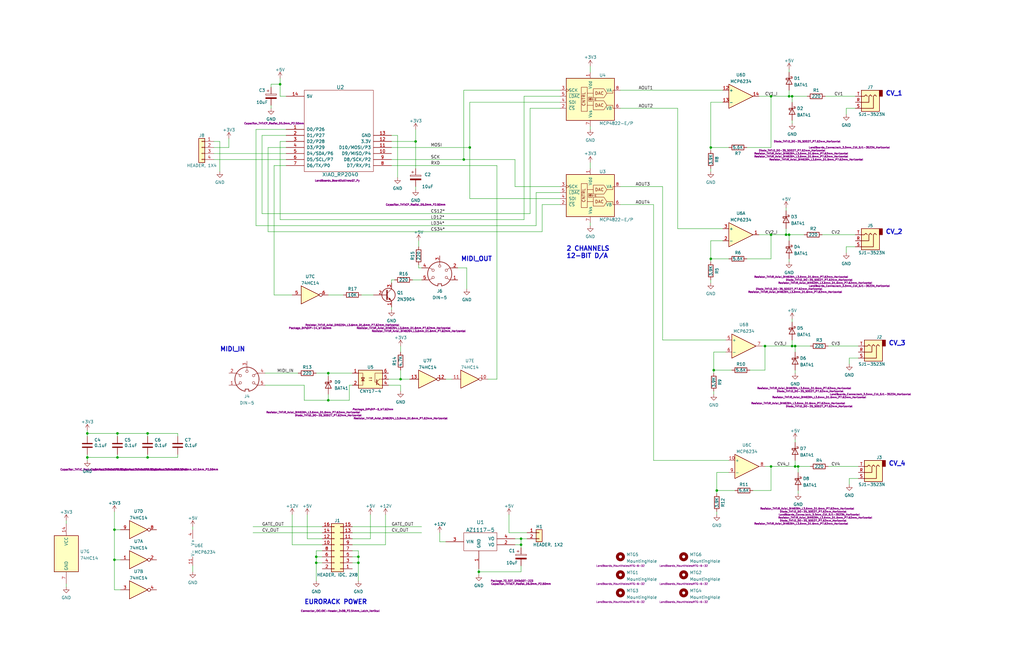
<source format=kicad_sch>
(kicad_sch (version 20211123) (generator eeschema)
  (paper "B")
  (title_block (title "SYNTH MIDI CONTROLLER") (date "2022-09-23") (rev "1") (company "LAND BOARDS LLC") (comment 1 "https://note.com/solder_state/n/n17e028497eba"))
  (junction (at 300.99 156.21))
  (junction (at 151.13 237.49))
  (junction (at 49.53 182.88))
  (junction (at 133.35 234.95))
  (junction (at 49.53 193.04))
  (junction (at 175.26 59.69))
  (junction (at 325.12 40.64))
  (junction (at 198.12 62.23))
  (junction (at 36.83 182.88))
  (junction (at 334.01 40.64))
  (junction (at 138.43 168.91))
  (junction (at 201.93 241.3))
  (junction (at 332.74 99.06))
  (junction (at 118.11 35.56))
  (junction (at 325.12 196.85))
  (junction (at 62.23 182.88))
  (junction (at 48.26 223.52))
  (junction (at 299.72 62.23))
  (junction (at 331.47 99.06))
  (junction (at 151.13 234.95))
  (junction (at 334.01 146.05))
  (junction (at 138.43 157.48))
  (junction (at 335.28 146.05))
  (junction (at 335.28 196.85))
  (junction (at 322.58 146.05))
  (junction (at 336.55 196.85))
  (junction (at 168.91 160.02))
  (junction (at 302.26 207.01))
  (junction (at 219.71 229.87))
  (junction (at 219.71 227.33))
  (junction (at 332.74 40.64))
  (junction (at 133.35 237.49))
  (junction (at 36.83 193.04))
  (junction (at 195.58 67.31))
  (junction (at 48.26 236.22))
  (junction (at 299.72 109.22))
  (junction (at 62.23 193.04))
  (junction (at 325.12 99.06))
  (wire (pts (xy 138.43 168.91) (xy 138.43 166.37)))
  (wire (pts (xy 279.4 78.74) (xy 279.4 143.51)))
  (wire (pts (xy 120.65 57.15) (xy 110.49 57.15)))
  (wire (pts (xy 123.19 217.17) (xy 123.19 229.87)))
  (wire (pts (xy 151.13 234.95) (xy 151.13 237.49)))
  (wire (pts (xy 163.83 162.56) (xy 168.91 162.56)))
  (wire (pts (xy 48.26 236.22) (xy 50.8 236.22)))
  (wire (pts (xy 217.17 227.33) (xy 219.71 227.33)))
  (wire (pts (xy 347.98 40.64) (xy 360.68 40.64)))
  (wire (pts (xy 128.27 168.91) (xy 138.43 168.91)))
  (wire (pts (xy 165.1 59.69) (xy 175.26 59.69)))
  (wire (pts (xy 148.59 229.87) (xy 162.56 229.87)))
  (wire (pts (xy 322.58 156.21) (xy 322.58 146.05)))
  (wire (pts (xy 308.61 156.21) (xy 300.99 156.21)))
  (wire (pts (xy 331.47 87.63) (xy 331.47 88.9)))
  (wire (pts (xy 92.71 59.69) (xy 92.71 72.39)))
  (wire (pts (xy 217.17 229.87) (xy 219.71 229.87)))
  (wire (pts (xy 147.32 168.91) (xy 147.32 162.56)))
  (wire (pts (xy 261.62 86.36) (xy 275.59 86.36)))
  (wire (pts (xy 299.72 109.22) (xy 299.72 101.6)))
  (wire (pts (xy 62.23 182.88) (xy 74.93 182.88)))
  (wire (pts (xy 81.28 238.76) (xy 81.28 241.3)))
  (wire (pts (xy 335.28 146.05) (xy 335.28 148.59)))
  (wire (pts (xy 332.74 29.21) (xy 332.74 30.48)))
  (wire (pts (xy 49.53 193.04) (xy 36.83 193.04)))
  (wire (pts (xy 196.85 113.03) (xy 196.85 121.92)))
  (wire (pts (xy 138.43 168.91) (xy 147.32 168.91)))
  (wire (pts (xy 356.87 45.72) (xy 360.68 45.72)))
  (wire (pts (xy 201.93 241.3) (xy 219.71 241.3)))
  (wire (pts (xy 114.3 45.72) (xy 114.3 44.45)))
  (wire (pts (xy 248.92 93.98) (xy 248.92 95.25)))
  (wire (pts (xy 36.83 181.61) (xy 36.83 182.88)))
  (wire (pts (xy 148.59 222.25) (xy 177.8 222.25)))
  (wire (pts (xy 36.83 182.88) (xy 36.83 184.15)))
  (wire (pts (xy 176.53 101.6) (xy 176.53 104.14)))
  (wire (pts (xy 152.4 124.46) (xy 157.48 124.46)))
  (wire (pts (xy 118.11 59.69) (xy 118.11 92.71)))
  (wire (pts (xy 27.94 246.38) (xy 27.94 247.65)))
  (wire (pts (xy 334.01 134.62) (xy 334.01 135.89)))
  (wire (pts (xy 261.62 78.74) (xy 279.4 78.74)))
  (wire (pts (xy 309.88 207.01) (xy 302.26 207.01)))
  (wire (pts (xy 307.34 109.22) (xy 299.72 109.22)))
  (wire (pts (xy 356.87 106.68) (xy 356.87 104.14)))
  (wire (pts (xy 176.53 113.03) (xy 177.8 113.03)))
  (wire (pts (xy 358.14 153.67) (xy 358.14 151.13)))
  (wire (pts (xy 335.28 194.31) (xy 335.28 196.85)))
  (wire (pts (xy 325.12 99.06) (xy 331.47 99.06)))
  (wire (pts (xy 168.91 162.56) (xy 168.91 165.1)))
  (wire (pts (xy 162.56 217.17) (xy 162.56 229.87)))
  (wire (pts (xy 236.22 86.36) (xy 228.6 86.36)))
  (wire (pts (xy 185.42 228.6) (xy 187.96 228.6)))
  (wire (pts (xy 223.52 45.72) (xy 223.52 90.17)))
  (wire (pts (xy 135.89 229.87) (xy 123.19 229.87)))
  (wire (pts (xy 332.74 99.06) (xy 332.74 101.6)))
  (wire (pts (xy 49.53 182.88) (xy 62.23 182.88)))
  (wire (pts (xy 110.49 57.15) (xy 110.49 90.17)))
  (wire (pts (xy 214.63 224.79) (xy 214.63 217.17)))
  (wire (pts (xy 118.11 40.64) (xy 118.11 35.56)))
  (wire (pts (xy 336.55 196.85) (xy 336.55 199.39)))
  (wire (pts (xy 317.5 207.01) (xy 325.12 207.01)))
  (wire (pts (xy 148.59 232.41) (xy 151.13 232.41)))
  (wire (pts (xy 336.55 196.85) (xy 341.63 196.85)))
  (wire (pts (xy 334.01 143.51) (xy 334.01 146.05)))
  (wire (pts (xy 118.11 35.56) (xy 118.11 33.02)))
  (wire (pts (xy 48.26 236.22) (xy 48.26 248.92)))
  (wire (pts (xy 325.12 40.64) (xy 332.74 40.64)))
  (wire (pts (xy 62.23 191.77) (xy 62.23 193.04)))
  (wire (pts (xy 358.14 151.13) (xy 361.95 151.13)))
  (wire (pts (xy 118.11 59.69) (xy 120.65 59.69)))
  (wire (pts (xy 335.28 185.42) (xy 335.28 186.69)))
  (wire (pts (xy 48.26 215.9) (xy 48.26 223.52)))
  (wire (pts (xy 248.92 68.58) (xy 248.92 71.12)))
  (wire (pts (xy 299.72 118.11) (xy 299.72 119.38)))
  (wire (pts (xy 299.72 101.6) (xy 304.8 101.6)))
  (wire (pts (xy 74.93 193.04) (xy 62.23 193.04)))
  (wire (pts (xy 217.17 67.31) (xy 195.58 67.31)))
  (wire (pts (xy 201.93 241.3) (xy 201.93 242.57)))
  (wire (pts (xy 118.11 40.64) (xy 120.65 40.64)))
  (wire (pts (xy 115.57 69.85) (xy 115.57 124.46)))
  (wire (pts (xy 106.68 222.25) (xy 135.89 222.25)))
  (wire (pts (xy 314.96 62.23) (xy 325.12 62.23)))
  (wire (pts (xy 321.31 146.05) (xy 322.58 146.05)))
  (wire (pts (xy 135.89 232.41) (xy 133.35 232.41)))
  (wire (pts (xy 147.32 162.56) (xy 148.59 162.56)))
  (wire (pts (xy 356.87 48.26) (xy 356.87 45.72)))
  (wire (pts (xy 198.12 83.82) (xy 198.12 62.23)))
  (wire (pts (xy 358.14 204.47) (xy 358.14 201.93)))
  (wire (pts (xy 50.8 248.92) (xy 48.26 248.92)))
  (wire (pts (xy 322.58 196.85) (xy 325.12 196.85)))
  (wire (pts (xy 48.26 223.52) (xy 48.26 236.22)))
  (wire (pts (xy 228.6 86.36) (xy 228.6 97.79)))
  (wire (pts (xy 219.71 229.87) (xy 219.71 231.14)))
  (wire (pts (xy 135.89 227.33) (xy 129.54 227.33)))
  (wire (pts (xy 133.35 237.49) (xy 135.89 237.49)))
  (wire (pts (xy 118.11 35.56) (xy 114.3 35.56)))
  (wire (pts (xy 334.01 40.64) (xy 334.01 43.18)))
  (wire (pts (xy 299.72 43.18) (xy 304.8 43.18)))
  (wire (pts (xy 279.4 143.51) (xy 306.07 143.51)))
  (wire (pts (xy 138.43 157.48) (xy 138.43 158.75)))
  (wire (pts (xy 275.59 86.36) (xy 275.59 194.31)))
  (wire (pts (xy 332.74 110.49) (xy 332.74 109.22)))
  (wire (pts (xy 49.53 191.77) (xy 49.53 193.04)))
  (wire (pts (xy 115.57 124.46) (xy 123.19 124.46)))
  (wire (pts (xy 90.17 59.69) (xy 92.71 59.69)))
  (wire (pts (xy 285.75 96.52) (xy 304.8 96.52)))
  (wire (pts (xy 74.93 191.77) (xy 74.93 193.04)))
  (wire (pts (xy 36.83 193.04) (xy 36.83 191.77)))
  (wire (pts (xy 176.53 113.03) (xy 176.53 111.76)))
  (wire (pts (xy 165.1 67.31) (xy 195.58 67.31)))
  (wire (pts (xy 334.01 40.64) (xy 340.36 40.64)))
  (wire (pts (xy 151.13 232.41) (xy 151.13 234.95)))
  (wire (pts (xy 299.72 62.23) (xy 299.72 63.5)))
  (wire (pts (xy 236.22 83.82) (xy 198.12 83.82)))
  (wire (pts (xy 62.23 193.04) (xy 49.53 193.04)))
  (wire (pts (xy 300.99 148.59) (xy 306.07 148.59)))
  (wire (pts (xy 165.1 69.85) (xy 209.55 69.85)))
  (wire (pts (xy 163.83 160.02) (xy 168.91 160.02)))
  (wire (pts (xy 148.59 224.79) (xy 177.8 224.79)))
  (wire (pts (xy 220.98 92.71) (xy 220.98 40.64)))
  (wire (pts (xy 90.17 64.77) (xy 120.65 64.77)))
  (wire (pts (xy 322.58 146.05) (xy 334.01 146.05)))
  (wire (pts (xy 275.59 194.31) (xy 307.34 194.31)))
  (wire (pts (xy 325.12 62.23) (xy 325.12 40.64)))
  (wire (pts (xy 335.28 196.85) (xy 336.55 196.85)))
  (wire (pts (xy 299.72 71.12) (xy 299.72 72.39)))
  (wire (pts (xy 133.35 157.48) (xy 138.43 157.48)))
  (wire (pts (xy 165.1 119.38) (xy 165.1 118.11)))
  (wire (pts (xy 302.26 199.39) (xy 307.34 199.39)))
  (wire (pts (xy 195.58 38.1) (xy 195.58 67.31)))
  (wire (pts (xy 133.35 232.41) (xy 133.35 234.95)))
  (wire (pts (xy 168.91 160.02) (xy 168.91 156.21)))
  (wire (pts (xy 165.1 57.15) (xy 167.64 57.15)))
  (wire (pts (xy 261.62 38.1) (xy 304.8 38.1)))
  (wire (pts (xy 36.83 182.88) (xy 49.53 182.88)))
  (wire (pts (xy 118.11 92.71) (xy 220.98 92.71)))
  (wire (pts (xy 168.91 160.02) (xy 172.72 160.02)))
  (wire (pts (xy 138.43 124.46) (xy 144.78 124.46)))
  (wire (pts (xy 325.12 207.01) (xy 325.12 196.85)))
  (wire (pts (xy 110.49 90.17) (xy 223.52 90.17)))
  (wire (pts (xy 81.28 222.25) (xy 81.28 223.52)))
  (wire (pts (xy 198.12 43.18) (xy 236.22 43.18)))
  (wire (pts (xy 302.26 215.9) (xy 302.26 217.17)))
  (wire (pts (xy 217.17 78.74) (xy 217.17 67.31)))
  (wire (pts (xy 331.47 96.52) (xy 331.47 99.06)))
  (wire (pts (xy 175.26 80.01) (xy 175.26 78.74)))
  (wire (pts (xy 48.26 223.52) (xy 50.8 223.52)))
  (wire (pts (xy 325.12 196.85) (xy 335.28 196.85)))
  (wire (pts (xy 220.98 40.64) (xy 236.22 40.64)))
  (wire (pts (xy 107.95 95.25) (xy 226.06 95.25)))
  (wire (pts (xy 185.42 224.79) (xy 185.42 228.6)))
  (wire (pts (xy 332.74 40.64) (xy 334.01 40.64)))
  (wire (pts (xy 223.52 45.72) (xy 236.22 45.72)))
  (wire (pts (xy 248.92 53.34) (xy 248.92 54.61)))
  (wire (pts (xy 222.25 224.79) (xy 214.63 224.79)))
  (wire (pts (xy 107.95 54.61) (xy 107.95 95.25)))
  (wire (pts (xy 300.99 156.21) (xy 300.99 148.59)))
  (wire (pts (xy 165.1 129.54) (xy 165.1 130.81)))
  (wire (pts (xy 335.28 157.48) (xy 335.28 156.21)))
  (wire (pts (xy 133.35 237.49) (xy 133.35 245.11)))
  (wire (pts (xy 325.12 109.22) (xy 325.12 99.06)))
  (wire (pts (xy 226.06 95.25) (xy 226.06 81.28)))
  (wire (pts (xy 332.74 99.06) (xy 339.09 99.06)))
  (wire (pts (xy 331.47 99.06) (xy 332.74 99.06)))
  (wire (pts (xy 138.43 157.48) (xy 148.59 157.48)))
  (wire (pts (xy 314.96 109.22) (xy 325.12 109.22)))
  (wire (pts (xy 114.3 35.56) (xy 114.3 36.83)))
  (wire (pts (xy 156.21 227.33) (xy 156.21 217.17)))
  (wire (pts (xy 187.96 160.02) (xy 190.5 160.02)))
  (wire (pts (xy 201.93 240.03) (xy 201.93 241.3)))
  (wire (pts (xy 111.76 162.56) (xy 128.27 162.56)))
  (wire (pts (xy 219.71 241.3) (xy 219.71 238.76)))
  (wire (pts (xy 219.71 227.33) (xy 222.25 227.33)))
  (wire (pts (xy 334.01 52.07) (xy 334.01 50.8)))
  (wire (pts (xy 36.83 193.04) (xy 36.83 194.31)))
  (wire (pts (xy 358.14 201.93) (xy 361.95 201.93)))
  (wire (pts (xy 151.13 237.49) (xy 151.13 245.11)))
  (wire (pts (xy 334.01 146.05) (xy 335.28 146.05)))
  (wire (pts (xy 316.23 156.21) (xy 322.58 156.21)))
  (wire (pts (xy 49.53 182.88) (xy 49.53 184.15)))
  (wire (pts (xy 349.25 196.85) (xy 361.95 196.85)))
  (wire (pts (xy 219.71 229.87) (xy 219.71 227.33)))
  (wire (pts (xy 74.93 184.15) (xy 74.93 182.88)))
  (wire (pts (xy 62.23 182.88) (xy 62.23 184.15)))
  (wire (pts (xy 302.26 207.01) (xy 302.26 208.28)))
  (wire (pts (xy 113.03 62.23) (xy 120.65 62.23)))
  (wire (pts (xy 133.35 234.95) (xy 135.89 234.95)))
  (wire (pts (xy 175.26 54.61) (xy 175.26 59.69)))
  (wire (pts (xy 299.72 109.22) (xy 299.72 110.49)))
  (wire (pts (xy 320.04 40.64) (xy 325.12 40.64)))
  (wire (pts (xy 128.27 162.56) (xy 128.27 168.91)))
  (wire (pts (xy 133.35 234.95) (xy 133.35 237.49)))
  (wire (pts (xy 193.04 113.03) (xy 196.85 113.03)))
  (wire (pts (xy 148.59 237.49) (xy 151.13 237.49)))
  (wire (pts (xy 106.68 224.79) (xy 135.89 224.79)))
  (wire (pts (xy 120.65 54.61) (xy 107.95 54.61)))
  (wire (pts (xy 168.91 146.05) (xy 168.91 148.59)))
  (wire (pts (xy 300.99 165.1) (xy 300.99 166.37)))
  (wire (pts (xy 165.1 118.11) (xy 166.37 118.11)))
  (wire (pts (xy 302.26 207.01) (xy 302.26 199.39)))
  (wire (pts (xy 96.52 62.23) (xy 96.52 58.42)))
  (wire (pts (xy 165.1 62.23) (xy 198.12 62.23)))
  (wire (pts (xy 167.64 57.15) (xy 167.64 74.93)))
  (wire (pts (xy 236.22 78.74) (xy 217.17 78.74)))
  (wire (pts (xy 349.25 146.05) (xy 361.95 146.05)))
  (wire (pts (xy 285.75 45.72) (xy 285.75 96.52)))
  (wire (pts (xy 320.04 99.06) (xy 325.12 99.06)))
  (wire (pts (xy 205.74 160.02) (xy 209.55 160.02)))
  (wire (pts (xy 356.87 104.14) (xy 360.68 104.14)))
  (wire (pts (xy 261.62 45.72) (xy 285.75 45.72)))
  (wire (pts (xy 148.59 227.33) (xy 156.21 227.33)))
  (wire (pts (xy 299.72 62.23) (xy 299.72 43.18)))
  (wire (pts (xy 129.54 227.33) (xy 129.54 217.17)))
  (wire (pts (xy 336.55 208.28) (xy 336.55 207.01)))
  (wire (pts (xy 90.17 62.23) (xy 96.52 62.23)))
  (wire (pts (xy 148.59 234.95) (xy 151.13 234.95)))
  (wire (pts (xy 90.17 67.31) (xy 120.65 67.31)))
  (wire (pts (xy 300.99 156.21) (xy 300.99 157.48)))
  (wire (pts (xy 209.55 69.85) (xy 209.55 160.02)))
  (wire (pts (xy 125.73 157.48) (xy 111.76 157.48)))
  (wire (pts (xy 226.06 81.28) (xy 236.22 81.28)))
  (wire (pts (xy 120.65 69.85) (xy 115.57 69.85)))
  (wire (pts (xy 307.34 62.23) (xy 299.72 62.23)))
  (wire (pts (xy 335.28 146.05) (xy 341.63 146.05)))
  (wire (pts (xy 248.92 27.94) (xy 248.92 30.48)))
  (wire (pts (xy 175.26 71.12) (xy 175.26 59.69)))
  (wire (pts (xy 173.99 118.11) (xy 177.8 118.11)))
  (wire (pts (xy 228.6 97.79) (xy 113.03 97.79)))
  (wire (pts (xy 332.74 38.1) (xy 332.74 40.64)))
  (wire (pts (xy 195.58 38.1) (xy 236.22 38.1)))
  (wire (pts (xy 113.03 97.79) (xy 113.03 62.23)))
  (wire (pts (xy 198.12 43.18) (xy 198.12 62.23)))
  (wire (pts (xy 27.94 219.71) (xy 27.94 220.98)))
  (wire (pts (xy 346.71 99.06) (xy 360.68 99.06)))
  (text "CV_1" (at 373.38 40.64 0) (effects (font (size 1.905 1.905) (thickness 0.381) bold) (justify left bottom)))
  (text "CV_3" (at 374.65 146.05 0) (effects (font (size 1.905 1.905) (thickness 0.381) bold) (justify left bottom)))
  (text "MIDI_IN" (at 92.71 148.59 0) (effects (font (size 1.905 1.905) (thickness 0.381) bold) (justify left bottom)))
  (text "2 CHANNELS\n12-BIT D/A" (at 238.76 109.22 0) (effects (font (size 1.905 1.905) (thickness 0.381) bold) (justify left bottom)))
  (text "MIDI_OUT" (at 194.31 110.49 0) (effects (font (size 1.905 1.905) (thickness 0.381) bold) (justify left bottom)))
  (text "CV_4" (at 374.65 196.85 0) (effects (font (size 1.905 1.905) (thickness 0.381) bold) (justify left bottom)))
  (text "CV_2" (at 373.38 99.06 0) (effects (font (size 1.905 1.905) (thickness 0.381) bold) (justify left bottom)))
  (text "EURORACK POWER" (at 128.27 255.27 0) (effects (font (size 1.905 1.905) (thickness 0.381) bold) (justify left bottom)))
  (label "CS34*" (at 181.61 97.79 0))
  (label "CV4" (at 350.52 196.85 0))
  (label "CV2_I" (at 322.58 99.06 0))
  (label "AOUT1" (at 269.24 38.1 0))
  (label "GATE_OUT" (at 110.49 222.25 0))
  (label "AOUT4" (at 267.97 86.36 0))
  (label "RXD" (at 181.61 69.85 0))
  (label "MIDI_IN" (at 116.84 157.48 0))
  (label "CV3" (at 350.52 146.05 0))
  (label "CV_OUT" (at 165.1 224.79 0))
  (label "AOUT3" (at 267.97 78.74 0))
  (label "LD12*" (at 181.61 92.71 0))
  (label "CV_OUT" (at 110.49 224.79 0))
  (label "AOUT2" (at 269.24 45.72 0))
  (label "MOSI" (at 181.61 62.23 0))
  (label "CV4_I" (at 327.66 196.85 0))
  (label "CV3_I" (at 326.39 146.05 0))
  (label "SCK" (at 181.61 67.31 0))
  (label "CV1_I" (at 322.58 40.64 0))
  (label "CV1" (at 351.79 40.64 0))
  (label "CV2" (at 350.52 99.06 0))
  (label "CS12*" (at 181.61 90.17 0))
  (label "GATE_OUT" (at 165.1 222.25 0))
  (label "LD34*" (at 181.61 95.25 0))
  (symbol (lib_id "power:GND") (at 167.64 74.93 0) (unit 1)
    (property "Reference" "#PWR0105" (effects hide))
    (property "Value" "GND" (at 167.64 79.4925 0))
  )
  (symbol (lib_id "Device:R") (at 313.69 207.01 90) (unit 1)
    (property "Reference" "R11" (at 313.69 204.47 90))
    (property "Value" "5.6K" (at 313.69 207.01 90))
    (property "Footprint" "Resistor_THT:R_Axial_DIN0204_L3.6mm_D1.6mm_P7.62mm_Horizontal" (at 337.82 220.98 90) (effects (font (size 0.762 0.762))))
  )
  (symbol (lib_id "Device:R") (at 311.15 109.22 90) (unit 1)
    (property "Reference" "R6" (at 311.15 106.68 90))
    (property "Value" "5.6K" (at 311.15 109.22 90))
    (property "Footprint" "Resistor_THT:R_Axial_DIN0204_L3.6mm_D1.6mm_P7.62mm_Horizontal" (at 335.28 123.19 90) (effects (font (size 0.762 0.762))))
  )
  (symbol (lib_id "74xx:74HC04") (at 180.34 160.02 0) (unit 6)
    (property "Reference" "U7" (at 180.34 152.2435 0))
    (property "Value" "74HC14" (at 180.34 155.0186 0))
    (property "Footprint" "Package_DIP:DIP-14_W7.62mm" (effects hide))
    (property "Datasheet" "https://www.mouser.com/ProductDetail/595-SN74HC14AN" (effects hide))
  )
  (symbol (lib_id "Device:D_Schottky") (at 332.74 105.41 270) (unit 1)
    (property "Reference" "D4" (at 334.772 104.184 90) (effects (justify left)))
    (property "Value" "BAT41" (at 334.772 106.9591 90) (effects (justify left)))
    (property "Footprint" "Diode_THT:D_DO-35_SOD27_P7.62mm_Horizontal" (at 332.74 121.92 90) (effects (font (size 0.762 0.762))))
  )
  (symbol (lib_id "power:+5V") (at 176.53 101.6 0) (unit 1)
    (property "Reference" "#PWR0107" (effects hide))
    (property "Value" "+5V" (at 176.53 97.9955 0))
  )
  (symbol (lib_id "Analog_DAC:MCP4822") (at 248.92 40.64 0) (unit 1)
    (property "Reference" "U4" (at 252.73 31.75 0) (effects (justify left)))
    (property "Value" "MCP4822-E/P" (at 252.73 52.07 0) (effects (justify left)))
    (property "Footprint" "Package_DIP:DIP-8_W7.62mm" (effects hide))
    (property "Datasheet" "http://ww1.microchip.com/downloads/en/DeviceDoc/20002249B.pdf" (effects hide))
  )
  (symbol (lib_id "power:GND") (at 196.85 121.92 0) (unit 1)
    (property "Reference" "#PWR0136" (effects hide))
    (property "Value" "GND" (at 196.85 126.4825 0))
  )
  (symbol (lib_id "Device:C_Polarized") (at 219.71 234.95 0) (unit 1)
    (property "Reference" "C1" (at 215.9 232.41 0))
    (property "Value" "10uF" (at 215.9 237.49 0))
    (property "Footprint" "Capacitor_THT:CP_Radial_D5.0mm_P2.50mm" (at 219.71 246.38 0) (effects (font (size 0.762 0.762))))
  )
  (symbol (lib_id "power:+5V") (at 334.01 134.62 0) (unit 1)
    (property "Reference" "#PWR0110" (effects hide))
    (property "Value" "+5V" (at 334.01 131.0155 0))
  )
  (symbol (lib_id "Analog_DAC:MCP4822") (at 248.92 81.28 0) (unit 1)
    (property "Reference" "U3" (at 252.73 72.39 0) (effects (justify left)))
    (property "Value" "MCP4822-E/P" (at 252.73 92.71 0) (effects (justify left)))
    (property "Footprint" "Package_DIP:DIP-8_W7.62mm" (effects hide))
    (property "Datasheet" "http://ww1.microchip.com/downloads/en/DeviceDoc/20002249B.pdf" (effects hide))
  )
  (symbol (lib_id "Device:R") (at 129.54 157.48 90) (unit 1)
    (property "Reference" "R13" (at 129.54 154.94 90))
    (property "Value" "220" (at 129.54 157.48 90))
    (property "Footprint" "Resistor_THT:R_Axial_DIN0204_L3.6mm_D1.6mm_P7.62mm_Horizontal" (at 132.08 173.99 90) (effects (font (size 0.762 0.762))))
  )
  (symbol (lib_id "power:GND") (at 133.35 245.11 0) (unit 1)
    (property "Reference" "#PWR0125" (effects hide))
    (property "Value" "GND" (at 133.35 249.6725 0))
  )
  (symbol (lib_id "power:GND") (at 201.93 242.57 0) (unit 1)
    (property "Reference" "#PWR0135" (effects hide))
    (property "Value" "GND" (at 201.93 247.1325 0))
  )
  (symbol (lib_id "Device:C_Polarized") (at 114.3 40.64 0) (unit 1)
    (property "Reference" "C3" (at 110.49 38.1 0))
    (property "Value" "10uF" (at 110.49 43.18 0))
    (property "Footprint" "Capacitor_THT:CP_Radial_D5.0mm_P2.50mm" (at 115.57 52.07 0) (effects (font (size 0.762 0.762))))
  )
  (symbol (lib_id "power:GND") (at 358.14 204.47 0) (unit 1)
    (property "Reference" "#PWR0131" (effects hide))
    (property "Value" "GND" (at 358.14 209.0325 0))
  )
  (symbol (lib_id "Connector_Generic:Conn_01x04") (at 85.09 62.23 0) (mirror y) (unit 1)
    (property "Reference" "J8" (at 85.09 57.15 0))
    (property "Value" "HEADER, 1X4" (at 85.09 69.85 0))
  )
  (symbol (lib_id "power:+5V") (at 214.63 217.17 0) (unit 1)
    (property "Reference" "#PWR0134" (effects hide))
    (property "Value" "+5V" (at 214.63 213.5655 0))
  )
  (symbol (lib_id "Connector:DIN-5") (at 104.14 160.02 0) (unit 1)
    (property "Reference" "J4" (at 104.1401 167.2495 0))
    (property "Value" "DIN-5" (at 104.1401 170.0246 0))
    (property "Footprint" "LandBoards_Conns:MIDI_DIN-5" (effects hide))
    (property "Datasheet" "http://www.mouser.com/ds/2/18/40_c091_abd_e-75918.pdf" (effects hide))
  )
  (symbol (lib_id "Amplifier_Operational:MCP6004") (at 312.42 99.06 0) (unit 1)
    (property "Reference" "U6" (at 312.42 90.0135 0))
    (property "Value" "MCP6234" (at 312.42 92.7886 0))
    (property "Footprint" "Package_DIP:DIP-14_W7.62mm" (effects hide))
  )
  (symbol (lib_id "Mechanical:MountingHole") (at 261.62 242.57 0) (unit 1)
    (property "Reference" "MTG1" (at 264.16 241.6615 0) (effects (justify left)))
    (property "Value" "MountingHole" (at 264.16 244.4366 0) (effects (justify left)))
    (property "Footprint" "LandBoards_MountHoles:MTG-6-32" (at 261.62 246.38 0) (effects (font (size 0.762 0.762))))
  )
  (symbol (lib_id "Amplifier_Operational:MCP6004") (at 83.82 231.14 0) (unit 5)
    (property "Reference" "U6" (at 81.915 230.2315 0) (effects (justify left)))
    (property "Value" "MCP6234" (at 81.915 233.0066 0) (effects (justify left)))
    (property "Footprint" "Package_DIP:DIP-14_W7.62mm" (effects hide))
  )
  (symbol (lib_id "power:GND") (at 300.99 166.37 0) (unit 1)
    (property "Reference" "#PWR0143" (effects hide))
    (property "Value" "GND" (at 300.99 170.9325 0))
  )
  (symbol (lib_id "Device:R") (at 170.18 118.11 90) (unit 1)
    (property "Reference" "R16" (at 170.18 115.57 90))
    (property "Value" "220" (at 170.18 118.11 90))
    (property "Footprint" "Resistor_THT:R_Axial_DIN0204_L3.6mm_D1.6mm_P7.62mm_Horizontal" (at 170.18 138.43 90) (effects (font (size 0.762 0.762))))
  )
  (symbol (lib_id "Device:D_Schottky") (at 331.47 92.71 270) (unit 1)
    (property "Reference" "D3" (at 333.502 91.484 90) (effects (justify left)))
    (property "Value" "BAT41" (at 333.502 94.2591 90) (effects (justify left)))
    (property "Footprint" "Diode_THT:D_DO-35_SOD27_P7.62mm_Horizontal" (at 345.44 118.11 90) (effects (font (size 0.762 0.762))))
  )
  (symbol (lib_id "power:GND") (at 358.14 153.67 0) (unit 1)
    (property "Reference" "#PWR0112" (effects hide))
    (property "Value" "GND" (at 358.14 158.2325 0))
  )
  (symbol (lib_id "power:+5V") (at 331.47 87.63 0) (unit 1)
    (property "Reference" "#PWR0103" (effects hide))
    (property "Value" "+5V" (at 331.47 84.0255 0))
  )
  (symbol (lib_id "power:GND") (at 248.92 95.25 0) (unit 1)
    (property "Reference" "#PWR0144" (effects hide))
    (property "Value" "GND" (at 248.92 99.8125 0))
  )
  (symbol (lib_id "Device:R") (at 345.44 146.05 90) (unit 1)
    (property "Reference" "R3" (at 345.44 143.51 90))
    (property "Value" "220" (at 345.44 146.05 90))
    (property "Footprint" "Resistor_THT:R_Axial_DIN0204_L3.6mm_D1.6mm_P7.62mm_Horizontal" (at 345.44 167.64 90) (effects (font (size 0.762 0.762))))
  )
  (symbol (lib_id "Device:D_Schottky") (at 334.01 46.99 270) (unit 1)
    (property "Reference" "D2" (at 336.042 45.764 90) (effects (justify left)))
    (property "Value" "BAT41" (at 336.042 48.5391 90) (effects (justify left)))
    (property "Footprint" "Diode_THT:D_DO-35_SOD27_P7.62mm_Horizontal" (at 334.01 63.5 90) (effects (font (size 0.762 0.762))))
  )
  (symbol (lib_id "Device:C") (at 62.23 187.96 0) (unit 1)
    (property "Reference" "C6" (at 65.151 185.6486 0) (effects (justify left)))
    (property "Value" "0.1uF" (at 65.151 187.96 0) (effects (justify left)))
    (property "Footprint" "Capacitor_THT:C_Rect_L4.0mm_W2.5mm_P2.50mm" (at 50.8 198.12 0) (effects (font (size 0.762 0.762)) (justify left)))
  )
  (symbol (lib_id "Connector:AudioJack3") (at 365.76 43.18 180) (unit 1)
    (property "Reference" "J7" (at 365.76 36.83 0) (effects (justify right)))
    (property "Value" "SJ1-3523N" (at 361.95 48.26 0) (effects (justify right)))
    (property "Footprint" "LandBoards_Conns:Jack_3.5mm_CUI_SJ1-3523N_Horizontal" (at 358.14 62.23 0) (effects (font (size 0.762 0.762))))
    (property "Datasheet" "https://www.mouser.com/ProductDetail/490-SJ1-3523N" (effects hide))
  )
  (symbol (lib_id "power:+12V") (at 123.19 217.17 0) (unit 1)
    (property "Reference" "#PWR0129" (effects hide))
    (property "Value" "+12V" (at 123.19 213.5655 0))
  )
  (symbol (lib_id "Amplifier_Operational:MCP6004") (at 314.96 196.85 0) (unit 3)
    (property "Reference" "U6" (at 314.96 187.8035 0))
    (property "Value" "MCP6234" (at 314.96 190.5786 0))
    (property "Footprint" "Package_DIP:DIP-14_W7.62mm" (effects hide))
  )
  (symbol (lib_id "Isolator:4N26") (at 156.21 160.02 0) (unit 1)
    (property "Reference" "U5" (at 156.21 154.94 0))
    (property "Value" "CNY17-4" (at 156.21 165.1 0))
    (property "Footprint" "Package_DIP:DIP-6_W7.62mm" (at 148.59 172.72 0) (effects (font (size 0.762 0.762) italic) (justify left)))
    (property "Datasheet" "https://www.mouser.com/ProductDetail/Vishay-Semiconductors/CNY17-4X006?qs=%2Fjqivxn91ccVZaHNJrlaNA%3D%3D" (effects hide))
  )
  (symbol (lib_id "Mechanical:MountingHole") (at 288.29 242.57 0) (unit 1)
    (property "Reference" "MTG2" (at 290.83 241.6615 0) (effects (justify left)))
    (property "Value" "MountingHole" (at 290.83 244.4366 0) (effects (justify left)))
    (property "Footprint" "LandBoards_MountHoles:MTG-6-32" (at 288.29 246.38 0) (effects (font (size 0.762 0.762))))
  )
  (symbol (lib_id "Transistor_BJT:2N3904") (at 162.56 124.46 0) (unit 1)
    (property "Reference" "Q1" (at 167.4113 123.5515 0) (effects (justify left)))
    (property "Value" "2N3904" (at 167.4113 126.3266 0) (effects (justify left)))
    (property "Footprint" "Package_TO_SOT_THT:TO-92_Inline" (effects hide))
    (property "Datasheet" "https://www.onsemi.com/pub/Collateral/2N3903-D.PDF" (effects hide))
  )
  (symbol (lib_id "Device:D_Schottky") (at 138.43 162.56 270) (unit 1)
    (property "Reference" "D9" (at 140.97 161.29 90) (effects (justify left)))
    (property "Value" "BAT41" (at 140.97 163.83 90) (effects (justify left)))
    (property "Footprint" "Diode_THT:D_DO-35_SOD27_P7.62mm_Horizontal" (at 138.43 175.26 90) (effects (font (size 0.762 0.762))))
  )
  (symbol (lib_id "LandBoards_Semis:AP1117") (at 204.47 227.33 0) (unit 1)
    (property "Reference" "U1" (at 202.565 220.3861 0) (effects (font (size 1.524 1.524))))
    (property "Value" "AZ1117-5" (at 202.565 223.6651 0) (effects (font (size 1.524 1.524))))
    (property "Footprint" "Package_TO_SOT_SMD:SOT-223" (at 215.9 245.11 0) (effects (font (size 0.762 0.762))))
  )
  (symbol (lib_id "Device:R") (at 311.15 62.23 90) (unit 1)
    (property "Reference" "R7" (at 311.15 64.77 90))
    (property "Value" "5.6K" (at 311.15 62.23 90))
    (property "Footprint" "Resistor_THT:R_Axial_DIN0204_L3.6mm_D1.6mm_P7.62mm_Horizontal" (at 337.82 66.04 90) (effects (font (size 0.762 0.762))))
  )
  (symbol (lib_id "Connector_Generic:Conn_01x02") (at 227.33 224.79 0) (unit 1)
    (property "Reference" "H1" (at 226.06 222.25 0) (effects (justify left)))
    (property "Value" "HEADER, 1X2" (at 224.79 229.87 0) (effects (justify left)))
    (property "Footprint" "Connector_PinHeader_2.54mm:PinHeader_1x02_P2.54mm_Vertical" (effects hide))
  )
  (symbol (lib_id "power:GND") (at 92.71 72.39 0) (unit 1)
    (property "Reference" "#PWR0108" (effects hide))
    (property "Value" "GND" (at 92.71 76.9525 0))
  )
  (symbol (lib_id "Device:C") (at 49.53 187.96 0) (unit 1)
    (property "Reference" "C5" (at 52.451 185.6486 0) (effects (justify left)))
    (property "Value" "0.1uF" (at 52.451 187.96 0) (effects (justify left)))
    (property "Footprint" "Capacitor_THT:C_Rect_L4.0mm_W2.5mm_P2.50mm" (at 38.1 198.12 0) (effects (font (size 0.762 0.762)) (justify left)))
  )
  (symbol (lib_id "Device:R") (at 300.99 161.29 180) (unit 1)
    (property "Reference" "R9" (at 303.53 161.29 90))
    (property "Value" "3.9K" (at 300.99 161.29 90))
    (property "Footprint" "Resistor_THT:R_Axial_DIN0204_L3.6mm_D1.6mm_P7.62mm_Horizontal" (at 339.09 163.83 0) (effects (font (size 0.762 0.762))))
  )
  (symbol (lib_id "Device:R") (at 176.53 107.95 180) (unit 1)
    (property "Reference" "R15" (at 173.99 107.95 90))
    (property "Value" "220" (at 176.53 107.95 90))
    (property "Footprint" "Resistor_THT:R_Axial_DIN0204_L3.6mm_D1.6mm_P7.62mm_Horizontal" (at 176.53 139.7 0) (effects (font (size 0.762 0.762))))
  )
  (symbol (lib_id "power:GND") (at 335.28 157.48 0) (unit 1)
    (property "Reference" "#PWR0113" (effects hide))
    (property "Value" "GND" (at 335.28 162.0425 0))
  )
  (symbol (lib_id "Device:R") (at 299.72 114.3 180) (unit 1)
    (property "Reference" "R5" (at 302.26 114.3 90))
    (property "Value" "3.9K" (at 299.72 114.3 90))
    (property "Footprint" "Resistor_THT:R_Axial_DIN0204_L3.6mm_D1.6mm_P7.62mm_Horizontal" (at 337.82 116.84 0) (effects (font (size 0.762 0.762))))
  )
  (symbol (lib_id "power:GND") (at 302.26 217.17 0) (unit 1)
    (property "Reference" "#PWR0146" (effects hide))
    (property "Value" "GND" (at 302.26 221.7325 0))
  )
  (symbol (lib_id "Device:R") (at 168.91 152.4 180) (unit 1)
    (property "Reference" "R14" (at 166.37 152.4 90))
    (property "Value" "4.7K" (at 168.91 152.4 90))
    (property "Footprint" "Resistor_THT:R_Axial_DIN0204_L3.6mm_D1.6mm_P7.62mm_Horizontal" (at 168.91 176.53 0) (effects (font (size 0.762 0.762))))
  )
  (symbol (lib_id "power:GND") (at 27.94 247.65 0) (unit 1)
    (property "Reference" "#PWR0141" (effects hide))
    (property "Value" "GND" (at 27.94 252.2125 0))
  )
  (symbol (lib_id "Connector:DIN-5") (at 185.42 115.57 0) (mirror y) (unit 1)
    (property "Reference" "J6" (at 185.4199 122.7995 0))
    (property "Value" "DIN-5" (at 185.4199 125.5746 0))
    (property "Footprint" "LandBoards_Conns:MIDI_DIN-5" (effects hide))
    (property "Datasheet" "http://www.mouser.com/ds/2/18/40_c091_abd_e-75918.pdf" (effects hide))
  )
  (symbol (lib_id "power:GND") (at 356.87 106.68 0) (unit 1)
    (property "Reference" "#PWR0102" (effects hide))
    (property "Value" "GND" (at 356.87 111.2425 0))
  )
  (symbol (lib_id "power:GND") (at 299.72 119.38 0) (unit 1)
    (property "Reference" "#PWR0109" (effects hide))
    (property "Value" "GND" (at 299.72 123.9425 0))
  )
  (symbol (lib_id "Connector:AudioJack3") (at 367.03 148.59 180) (unit 1)
    (property "Reference" "J2" (at 369.57 142.24 0) (effects (justify right)))
    (property "Value" "SJ1-3523N" (at 361.95 153.67 0) (effects (justify right)))
    (property "Footprint" "LandBoards_Conns:Jack_3.5mm_CUI_SJ1-3523N_Horizontal" (at 367.03 166.37 0) (effects (font (size 0.762 0.762))))
    (property "Datasheet" "https://www.mouser.com/ProductDetail/490-SJ1-3523N" (effects hide))
  )
  (symbol (lib_id "74xx:74HC04") (at 58.42 248.92 0) (unit 2)
    (property "Reference" "U7" (at 58.42 241.1435 0))
    (property "Value" "74HC14" (at 58.42 243.9186 0))
    (property "Footprint" "Package_DIP:DIP-14_W7.62mm" (effects hide))
    (property "Datasheet" "https://www.mouser.com/ProductDetail/595-SN74HC14AN" (effects hide))
  )
  (symbol (lib_id "Mechanical:MountingHole") (at 261.62 250.19 0) (unit 1)
    (property "Reference" "MTG3" (at 264.16 249.2815 0) (effects (justify left)))
    (property "Value" "MountingHole" (at 264.16 252.0566 0) (effects (justify left)))
    (property "Footprint" "LandBoards_MountHoles:MTG-6-32" (at 261.62 254 0) (effects (font (size 0.762 0.762))))
  )
  (symbol (lib_id "Device:R") (at 345.44 196.85 90) (unit 1)
    (property "Reference" "R4" (at 345.44 194.31 90))
    (property "Value" "220" (at 345.44 196.85 90))
    (property "Footprint" "Resistor_THT:R_Axial_DIN0204_L3.6mm_D1.6mm_P7.62mm_Horizontal" (at 347.98 218.44 90) (effects (font (size 0.762 0.762))))
  )
  (symbol (lib_id "power:+5V") (at 118.11 33.02 0) (unit 1)
    (property "Reference" "#PWR0118" (effects hide))
    (property "Value" "+5V" (at 118.11 29.4155 0))
  )
  (symbol (lib_id "Device:R") (at 299.72 67.31 180) (unit 1)
    (property "Reference" "R8" (at 302.26 67.31 90))
    (property "Value" "3.9K" (at 299.72 67.31 90))
    (property "Footprint" "Resistor_THT:R_Axial_DIN0204_L3.6mm_D1.6mm_P7.62mm_Horizontal" (at 337.82 64.77 0) (effects (font (size 0.762 0.762))))
  )
  (symbol (lib_id "Device:C") (at 36.83 187.96 0) (unit 1)
    (property "Reference" "C4" (at 39.751 185.6486 0) (effects (justify left)))
    (property "Value" "0.1uF" (at 39.751 187.96 0) (effects (justify left)))
    (property "Footprint" "Capacitor_THT:C_Rect_L4.0mm_W2.5mm_P2.50mm" (at 25.4 198.12 0) (effects (font (size 0.762 0.762)) (justify left)))
  )
  (symbol (lib_id "power:GND") (at 168.91 165.1 0) (unit 1)
    (property "Reference" "#PWR0137" (effects hide))
    (property "Value" "GND" (at 168.91 169.6625 0))
  )
  (symbol (lib_id "power:+3.3V") (at 96.52 58.42 0) (unit 1)
    (property "Reference" "#PWR0111" (effects hide))
    (property "Value" "+3.3V" (at 96.52 54.8155 0))
  )
  (symbol (lib_id "power:+3.3V") (at 36.83 181.61 0) (unit 1)
    (property "Reference" "#PWR0148" (effects hide))
    (property "Value" "+3.3V" (at 36.83 178.0055 0))
  )
  (symbol (lib_id "power:GND") (at 165.1 130.81 0) (mirror y) (unit 1)
    (property "Reference" "#PWR0106" (effects hide))
    (property "Value" "GND" (at 165.1 135.3725 0))
  )
  (symbol (lib_id "74xx:74HC04") (at 58.42 223.52 0) (unit 4)
    (property "Reference" "U7" (at 58.42 215.7435 0))
    (property "Value" "74HC14" (at 58.42 218.5186 0))
    (property "Footprint" "Package_DIP:DIP-14_W7.62mm" (effects hide))
    (property "Datasheet" "https://www.mouser.com/ProductDetail/595-SN74HC14AN" (effects hide))
  )
  (symbol (lib_id "74xx:74HC04") (at 58.42 236.22 0) (unit 1)
    (property "Reference" "U7" (at 58.42 228.4435 0))
    (property "Value" "74HC14" (at 58.42 231.2186 0))
    (property "Footprint" "Package_DIP:DIP-14_W7.62mm" (effects hide))
    (property "Datasheet" "https://www.mouser.com/ProductDetail/595-SN74HC14AN" (effects hide))
  )
  (symbol (lib_id "Device:C_Polarized") (at 175.26 74.93 0) (unit 1)
    (property "Reference" "C2" (at 180.34 73.66 0))
    (property "Value" "10uF" (at 180.34 78.74 0))
    (property "Footprint" "Capacitor_THT:CP_Radial_D5.0mm_P2.50mm" (at 175.26 86.36 0) (effects (font (size 0.762 0.762))))
  )
  (symbol (lib_id "Amplifier_Operational:MCP6004") (at 313.69 146.05 0) (unit 2)
    (property "Reference" "U6" (at 313.69 137.0035 0))
    (property "Value" "MCP6234" (at 313.69 139.7786 0))
    (property "Footprint" "Package_DIP:DIP-14_W7.62mm" (effects hide))
  )
  (symbol (lib_id "Device:R") (at 302.26 212.09 180) (unit 1)
    (property "Reference" "R12" (at 304.8 212.09 90))
    (property "Value" "3.9K" (at 302.26 212.09 90))
    (property "Footprint" "Resistor_THT:R_Axial_DIN0204_L3.6mm_D1.6mm_P7.62mm_Horizontal" (at 340.36 214.63 0) (effects (font (size 0.762 0.762))))
  )
  (symbol (lib_id "power:GND") (at 175.26 80.01 0) (unit 1)
    (property "Reference" "#PWR0104" (effects hide))
    (property "Value" "GND" (at 175.26 84.5725 0))
  )
  (symbol (lib_id "power:GND") (at 334.01 52.07 0) (unit 1)
    (property "Reference" "#PWR0120" (effects hide))
    (property "Value" "GND" (at 334.01 56.6325 0))
  )
  (symbol (lib_id "power:GND") (at 151.13 245.11 0) (unit 1)
    (property "Reference" "#PWR0124" (effects hide))
    (property "Value" "GND" (at 151.13 249.6725 0))
  )
  (symbol (lib_id "power:+3.3V") (at 248.92 27.94 0) (unit 1)
    (property "Reference" "#PWR0139" (effects hide))
    (property "Value" "+3.3V" (at 248.92 24.13 0))
  )
  (symbol (lib_id "Connector:AudioJack3") (at 367.03 199.39 180) (unit 1)
    (property "Reference" "J3" (at 369.57 193.04 0) (effects (justify right)))
    (property "Value" "SJ1-3523N" (at 361.95 204.47 0) (effects (justify right)))
    (property "Footprint" "LandBoards_Conns:Jack_3.5mm_CUI_SJ1-3523N_Horizontal" (at 345.44 217.17 0) (effects (font (size 0.762 0.762))))
    (property "Datasheet" "https://www.mouser.com/ProductDetail/490-SJ1-3523N" (effects hide))
  )
  (symbol (lib_id "power:+5V") (at 129.54 217.17 0) (unit 1)
    (property "Reference" "#PWR0128" (effects hide))
    (property "Value" "+5V" (at 129.54 213.5655 0))
  )
  (symbol (lib_id "Mechanical:MountingHole") (at 288.29 250.19 0) (unit 1)
    (property "Reference" "MTG4" (at 290.83 249.2815 0) (effects (justify left)))
    (property "Value" "MountingHole" (at 290.83 252.0566 0) (effects (justify left)))
    (property "Footprint" "LandBoards_MountHoles:MTG-6-32" (at 288.29 254 0) (effects (font (size 0.762 0.762))))
  )
  (symbol (lib_id "Device:R") (at 342.9 99.06 90) (unit 1)
    (property "Reference" "R2" (at 342.9 96.52 90))
    (property "Value" "220" (at 342.9 99.06 90))
    (property "Footprint" "Resistor_THT:R_Axial_DIN0204_L3.6mm_D1.6mm_P7.62mm_Horizontal" (at 347.98 119.38 90) (effects (font (size 0.762 0.762))))
  )
  (symbol (lib_id "power:GND") (at 248.92 54.61 0) (unit 1)
    (property "Reference" "#PWR0140" (effects hide))
    (property "Value" "GND" (at 248.92 59.1725 0))
  )
  (symbol (lib_id "Amplifier_Operational:MCP6004") (at 312.42 40.64 0) (unit 4)
    (property "Reference" "U6" (at 312.42 31.5935 0))
    (property "Value" "MCP6234" (at 312.42 34.3686 0))
    (property "Footprint" "Package_DIP:DIP-14_W7.62mm" (effects hide))
  )
  (symbol (lib_id "74xx:74HC04") (at 27.94 233.68 0) (mirror y) (unit 7)
    (property "Reference" "U7" (at 33.782 232.7715 0) (effects (justify right)))
    (property "Value" "74HC14" (at 33.782 235.5466 0) (effects (justify right)))
    (property "Footprint" "Package_DIP:DIP-14_W7.62mm" (effects hide))
    (property "Datasheet" "https://www.mouser.com/ProductDetail/595-SN74HC14AN" (effects hide))
  )
  (symbol (lib_id "power:+3.3V") (at 27.94 219.71 0) (unit 1)
    (property "Reference" "#PWR0132" (effects hide))
    (property "Value" "+3.3V" (at 27.94 216.1055 0))
  )
  (symbol (lib_id "Mechanical:MountingHole") (at 261.62 234.95 0) (unit 1)
    (property "Reference" "MTG5" (at 264.16 234.0415 0) (effects (justify left)))
    (property "Value" "MountingHole" (at 264.16 236.8166 0) (effects (justify left)))
    (property "Footprint" "LandBoards_MountHoles:MTG-6-32" (at 261.62 238.76 0) (effects (font (size 0.762 0.762))))
  )
  (symbol (lib_id "Device:R") (at 312.42 156.21 90) (unit 1)
    (property "Reference" "R10" (at 312.42 153.67 90))
    (property "Value" "5.6K" (at 312.42 156.21 90))
    (property "Footprint" "Resistor_THT:R_Axial_DIN0204_L3.6mm_D1.6mm_P7.62mm_Horizontal" (at 336.55 170.18 90) (effects (font (size 0.762 0.762))))
  )
  (symbol (lib_id "Device:D_Schottky") (at 336.55 203.2 270) (unit 1)
    (property "Reference" "D8" (at 338.582 201.974 90) (effects (justify left)))
    (property "Value" "BAT41" (at 338.582 204.7491 90) (effects (justify left)))
    (property "Footprint" "Diode_THT:D_DO-35_SOD27_P7.62mm_Horizontal" (at 342.9 219.71 90) (effects (font (size 0.762 0.762))))
  )
  (symbol (lib_id "power:GND") (at 336.55 208.28 0) (unit 1)
    (property "Reference" "#PWR0115" (effects hide))
    (property "Value" "GND" (at 336.55 212.8425 0))
  )
  (symbol (lib_id "Device:D_Schottky") (at 335.28 152.4 270) (unit 1)
    (property "Reference" "D6" (at 337.312 151.174 90) (effects (justify left)))
    (property "Value" "BAT41" (at 337.312 153.9491 90) (effects (justify left)))
    (property "Footprint" "Diode_THT:D_DO-35_SOD27_P7.62mm_Horizontal" (at 345.44 171.45 90) (effects (font (size 0.762 0.762))))
  )
  (symbol (lib_id "74xx:74HC04") (at 198.12 160.02 0) (unit 5)
    (property "Reference" "U7" (at 198.12 152.2435 0))
    (property "Value" "74HC14" (at 198.12 155.0186 0))
    (property "Footprint" "Package_DIP:DIP-14_W7.62mm" (effects hide))
    (property "Datasheet" "https://www.mouser.com/ProductDetail/595-SN74HC14AN" (effects hide))
  )
  (symbol (lib_id "power:+12V") (at 162.56 217.17 0) (unit 1)
    (property "Reference" "#PWR0130" (effects hide))
    (property "Value" "+12V" (at 162.56 213.5655 0))
  )
  (symbol (lib_id "74xx:74HC04") (at 130.81 124.46 0) (unit 3)
    (property "Reference" "U7" (at 130.81 116.6835 0))
    (property "Value" "74HC14" (at 130.81 119.4586 0))
    (property "Footprint" "Package_DIP:DIP-14_W7.62mm" (at 130.81 138.43 0) (effects (font (size 0.762 0.762))))
    (property "Datasheet" "https://www.mouser.com/ProductDetail/595-SN74HC14AN" (effects hide))
  )
  (symbol (lib_id "Device:R") (at 344.17 40.64 90) (unit 1)
    (property "Reference" "R1" (at 344.17 38.1 90))
    (property "Value" "220" (at 344.17 40.64 90))
    (property "Footprint" "Resistor_THT:R_Axial_DIN0204_L3.6mm_D1.6mm_P7.62mm_Horizontal" (at 344.17 67.31 90) (effects (font (size 0.762 0.762))))
  )
  (symbol (lib_id "power:GND") (at 114.3 45.72 0) (unit 1)
    (property "Reference" "#PWR0119" (effects hide))
    (property "Value" "GND" (at 114.3 50.2825 0))
  )
  (symbol (lib_id "power:GND") (at 36.83 194.31 0) (unit 1)
    (property "Reference" "#PWR0147" (effects hide))
    (property "Value" "GND" (at 36.83 198.8725 0))
  )
  (symbol (lib_id "power:+3.3V") (at 168.91 146.05 0) (unit 1)
    (property "Reference" "#PWR0138" (effects hide))
    (property "Value" "+3.3V" (at 168.91 142.4455 0))
  )
  (symbol (lib_id "power:+5V") (at 156.21 217.17 0) (unit 1)
    (property "Reference" "#PWR0127" (effects hide))
    (property "Value" "+5V" (at 156.21 213.5655 0))
  )
  (symbol (lib_id "Device:R") (at 148.59 124.46 270) (mirror x) (unit 1)
    (property "Reference" "R17" (at 148.59 121.92 90))
    (property "Value" "10K" (at 148.59 124.46 90))
    (property "Footprint" "Resistor_THT:R_Axial_DIN0204_L3.6mm_D1.6mm_P7.62mm_Horizontal" (at 148.59 137.16 90) (effects (font (size 0.762 0.762))))
  )
  (symbol (lib_id "power:+5V") (at 332.74 29.21 0) (unit 1)
    (property "Reference" "#PWR0117" (effects hide))
    (property "Value" "+5V" (at 332.74 25.6055 0))
  )
  (symbol (lib_id "power:+3.3V") (at 248.92 68.58 0) (unit 1)
    (property "Reference" "#PWR0145" (effects hide))
    (property "Value" "+3.3V" (at 248.92 64.77 0))
  )
  (symbol (lib_id "Device:C") (at 74.93 187.96 0) (unit 1)
    (property "Reference" "C7" (at 77.851 185.6486 0) (effects (justify left)))
    (property "Value" "0.1uF" (at 77.851 187.96 0) (effects (justify left)))
    (property "Footprint" "Capacitor_THT:C_Rect_L4.0mm_W2.5mm_P2.50mm" (at 63.5 198.12 0) (effects (font (size 0.762 0.762)) (justify left)))
  )
  (symbol (lib_id "power:GND") (at 81.28 241.3 0) (unit 1)
    (property "Reference" "#PWR0121" (effects hide))
    (property "Value" "GND" (at 81.28 245.8625 0))
  )
  (symbol (lib_id "power:GND") (at 356.87 48.26 0) (unit 1)
    (property "Reference" "#PWR0114" (effects hide))
    (property "Value" "GND" (at 356.87 52.8225 0))
  )
  (symbol (lib_id "power:GND") (at 332.74 110.49 0) (unit 1)
    (property "Reference" "#PWR0101" (effects hide))
    (property "Value" "GND" (at 332.74 115.0525 0))
  )
  (symbol (lib_id "power:+12V") (at 185.42 224.79 0) (unit 1)
    (property "Reference" "#PWR0133" (effects hide))
    (property "Value" "+12V" (at 185.42 221.1855 0))
  )
  (symbol (lib_id "Connector:AudioJack3") (at 365.76 101.6 180) (unit 1)
    (property "Reference" "J5" (at 365.76 95.25 0) (effects (justify right)))
    (property "Value" "SJ1-3523N" (at 361.95 106.68 0) (effects (justify right)))
    (property "Footprint" "LandBoards_Conns:Jack_3.5mm_CUI_SJ1-3523N_Horizontal" (at 358.14 120.65 0) (effects (font (size 0.762 0.762))))
    (property "Datasheet" "https://www.mouser.com/ProductDetail/490-SJ1-3523N" (effects hide))
  )
  (symbol (lib_id "Connector_Generic:Conn_02x08_Odd_Even") (at 143.51 232.41 180) (unit 1)
    (property "Reference" "J1" (at 142.24 219.71 0))
    (property "Value" "HEADER, IDC, 2X8" (at 142.24 242.57 0))
    (property "Footprint" "Connector_IDC:IDC-Header_2x08_P2.54mm_Latch_Vertical" (at 143.51 257.81 0) (effects (font (size 0.762 0.762) bold)))
  )
  (symbol (lib_id "power:+3.3V") (at 175.26 54.61 0) (unit 1)
    (property "Reference" "#PWR0123" (effects hide))
    (property "Value" "+3.3V" (at 175.26 51.0055 0))
  )
  (symbol (lib_id "power:GND") (at 299.72 72.39 0) (unit 1)
    (property "Reference" "#PWR0122" (effects hide))
    (property "Value" "GND" (at 299.72 76.9525 0))
  )
  (symbol (lib_id "Device:D_Schottky") (at 334.01 139.7 270) (unit 1)
    (property "Reference" "D5" (at 336.042 138.474 90) (effects (justify left)))
    (property "Value" "BAT41" (at 336.042 141.2491 90) (effects (justify left)))
    (property "Footprint" "Diode_THT:D_DO-35_SOD27_P7.62mm_Horizontal" (at 341.63 165.1 90) (effects (font (size 0.762 0.762))))
  )
  (symbol (lib_id "Device:D_Schottky") (at 335.28 190.5 270) (unit 1)
    (property "Reference" "D7" (at 337.312 189.274 90) (effects (justify left)))
    (property "Value" "BAT41" (at 337.312 192.0491 90) (effects (justify left)))
    (property "Footprint" "Diode_THT:D_DO-35_SOD27_P7.62mm_Horizontal" (at 342.9 215.9 90) (effects (font (size 0.762 0.762))))
  )
  (symbol (lib_id "power:+5V") (at 81.28 222.25 0) (unit 1)
    (property "Reference" "#PWR0116" (effects hide))
    (property "Value" "+5V" (at 81.28 218.6455 0))
  )
  (symbol (lib_id "power:+3.3V") (at 48.26 215.9 0) (unit 1)
    (property "Reference" "#PWR0142" (effects hide))
    (property "Value" "+3.3V" (at 48.26 212.2955 0))
  )
  (symbol (lib_id "power:+5V") (at 335.28 185.42 0) (unit 1)
    (property "Reference" "#PWR0126" (effects hide))
    (property "Value" "+5V" (at 335.28 181.8155 0))
  )
  (symbol (lib_id "Mechanical:MountingHole") (at 288.29 234.95 0) (unit 1)
    (property "Reference" "MTG6" (at 290.83 234.0415 0) (effects (justify left)))
    (property "Value" "MountingHole" (at 290.83 236.8166 0) (effects (justify left)))
    (property "Footprint" "LandBoards_MountHoles:MTG-6-32" (at 288.29 238.76 0) (effects (font (size 0.762 0.762))))
  )
  (symbol (lib_id "LandBoards_Cards:XIAO_RP2040") (at 143.51 62.23 0) (unit 1)
    (property "Reference" "U2" (at 143.51 36.83 0) (effects (font (size 1.524 1.524))))
    (property "Value" "XIAO_RP2040" (at 143.51 73.66 0) (effects (font (size 1.524 1.524))))
    (property "Footprint" "LandBoards_BoardOutlines:QT_Py" (at 142.24 76.2 0) (effects (font (size 0.762 0.762))))
  )
  (symbol (lib_id "Device:D_Schottky") (at 332.74 34.29 270) (unit 1)
    (property "Reference" "D1" (at 334.772 33.064 90) (effects (justify left)))
    (property "Value" "BAT41" (at 334.772 35.8391 90) (effects (justify left)))
    (property "Footprint" "Diode_THT:D_DO-35_SOD27_P7.62mm_Horizontal" (at 340.36 59.69 90) (effects (font (size 0.762 0.762))))
  )
)
</source>
